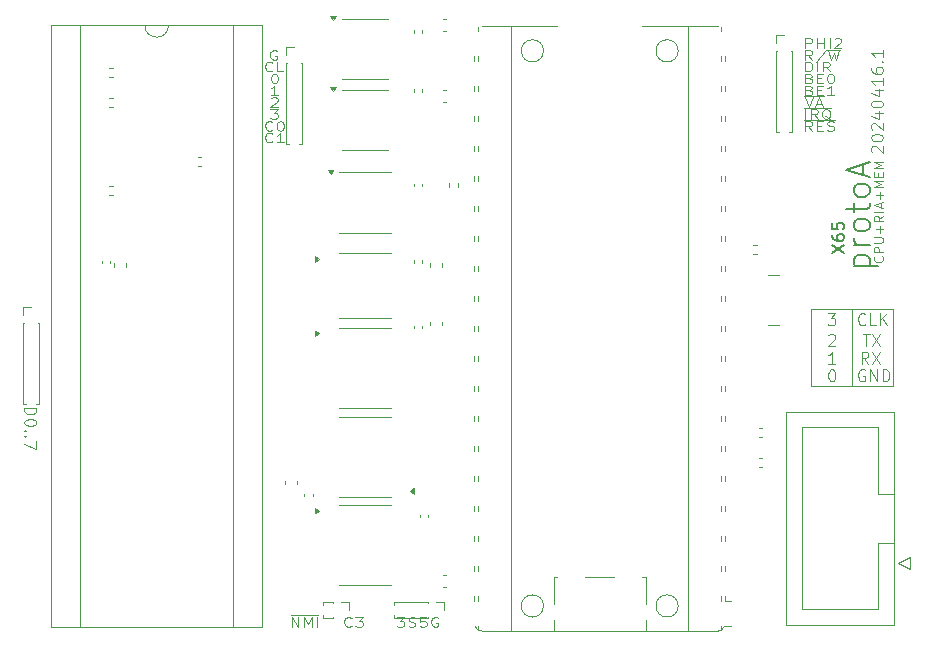
<source format=gbr>
%TF.GenerationSoftware,KiCad,Pcbnew,8.0.1*%
%TF.CreationDate,2024-04-17T16:23:31+02:00*%
%TF.ProjectId,protoA,70726f74-6f41-42e6-9b69-6361645f7063,rev?*%
%TF.SameCoordinates,PX7e13640PY4c4b400*%
%TF.FileFunction,Legend,Top*%
%TF.FilePolarity,Positive*%
%FSLAX46Y46*%
G04 Gerber Fmt 4.6, Leading zero omitted, Abs format (unit mm)*
G04 Created by KiCad (PCBNEW 8.0.1) date 2024-04-17 16:23:31*
%MOMM*%
%LPD*%
G01*
G04 APERTURE LIST*
%ADD10C,0.100000*%
%ADD11C,0.200000*%
%ADD12C,0.120000*%
G04 APERTURE END LIST*
D10*
X71550000Y27500000D02*
X71550000Y21000000D01*
X67500000Y45500000D02*
X69200000Y45500000D01*
X69400000Y49400000D02*
X70500000Y49400000D01*
X24050000Y1600000D02*
X26300000Y1600000D01*
X67500000Y44500000D02*
X69800000Y44500000D01*
X67500000Y43500000D02*
X70100000Y43500000D01*
X68050000Y27500000D02*
X75050000Y27500000D01*
X75050000Y21000000D01*
X68050000Y21000000D01*
X68050000Y27500000D01*
X29175312Y679296D02*
X29127693Y641200D01*
X29127693Y641200D02*
X28984836Y603105D01*
X28984836Y603105D02*
X28889598Y603105D01*
X28889598Y603105D02*
X28746741Y641200D01*
X28746741Y641200D02*
X28651503Y717391D01*
X28651503Y717391D02*
X28603884Y793581D01*
X28603884Y793581D02*
X28556265Y945962D01*
X28556265Y945962D02*
X28556265Y1060248D01*
X28556265Y1060248D02*
X28603884Y1212629D01*
X28603884Y1212629D02*
X28651503Y1288820D01*
X28651503Y1288820D02*
X28746741Y1365010D01*
X28746741Y1365010D02*
X28889598Y1403105D01*
X28889598Y1403105D02*
X28984836Y1403105D01*
X28984836Y1403105D02*
X29127693Y1365010D01*
X29127693Y1365010D02*
X29175312Y1326915D01*
X29508646Y1403105D02*
X30127693Y1403105D01*
X30127693Y1403105D02*
X29794360Y1098343D01*
X29794360Y1098343D02*
X29937217Y1098343D01*
X29937217Y1098343D02*
X30032455Y1060248D01*
X30032455Y1060248D02*
X30080074Y1022153D01*
X30080074Y1022153D02*
X30127693Y945962D01*
X30127693Y945962D02*
X30127693Y755486D01*
X30127693Y755486D02*
X30080074Y679296D01*
X30080074Y679296D02*
X30032455Y641200D01*
X30032455Y641200D02*
X29937217Y603105D01*
X29937217Y603105D02*
X29651503Y603105D01*
X29651503Y603105D02*
X29556265Y641200D01*
X29556265Y641200D02*
X29508646Y679296D01*
X22927693Y45603105D02*
X22356265Y45603105D01*
X22641979Y45603105D02*
X22641979Y46403105D01*
X22641979Y46403105D02*
X22546741Y46288820D01*
X22546741Y46288820D02*
X22451503Y46212629D01*
X22451503Y46212629D02*
X22356265Y46174534D01*
X72461027Y25377581D02*
X73032455Y25377581D01*
X72746741Y24377581D02*
X72746741Y25377581D01*
X73270551Y25377581D02*
X73937217Y24377581D01*
X73937217Y25377581D02*
X73270551Y24377581D01*
X72627693Y22329962D02*
X72532455Y22377581D01*
X72532455Y22377581D02*
X72389598Y22377581D01*
X72389598Y22377581D02*
X72246741Y22329962D01*
X72246741Y22329962D02*
X72151503Y22234724D01*
X72151503Y22234724D02*
X72103884Y22139486D01*
X72103884Y22139486D02*
X72056265Y21949010D01*
X72056265Y21949010D02*
X72056265Y21806153D01*
X72056265Y21806153D02*
X72103884Y21615677D01*
X72103884Y21615677D02*
X72151503Y21520439D01*
X72151503Y21520439D02*
X72246741Y21425200D01*
X72246741Y21425200D02*
X72389598Y21377581D01*
X72389598Y21377581D02*
X72484836Y21377581D01*
X72484836Y21377581D02*
X72627693Y21425200D01*
X72627693Y21425200D02*
X72675312Y21472820D01*
X72675312Y21472820D02*
X72675312Y21806153D01*
X72675312Y21806153D02*
X72484836Y21806153D01*
X73103884Y21377581D02*
X73103884Y22377581D01*
X73103884Y22377581D02*
X73675312Y21377581D01*
X73675312Y21377581D02*
X73675312Y22377581D01*
X74151503Y21377581D02*
X74151503Y22377581D01*
X74151503Y22377581D02*
X74389598Y22377581D01*
X74389598Y22377581D02*
X74532455Y22329962D01*
X74532455Y22329962D02*
X74627693Y22234724D01*
X74627693Y22234724D02*
X74675312Y22139486D01*
X74675312Y22139486D02*
X74722931Y21949010D01*
X74722931Y21949010D02*
X74722931Y21806153D01*
X74722931Y21806153D02*
X74675312Y21615677D01*
X74675312Y21615677D02*
X74627693Y21520439D01*
X74627693Y21520439D02*
X74532455Y21425200D01*
X74532455Y21425200D02*
X74389598Y21377581D01*
X74389598Y21377581D02*
X74151503Y21377581D01*
X22475312Y41679296D02*
X22427693Y41641200D01*
X22427693Y41641200D02*
X22284836Y41603105D01*
X22284836Y41603105D02*
X22189598Y41603105D01*
X22189598Y41603105D02*
X22046741Y41641200D01*
X22046741Y41641200D02*
X21951503Y41717391D01*
X21951503Y41717391D02*
X21903884Y41793581D01*
X21903884Y41793581D02*
X21856265Y41945962D01*
X21856265Y41945962D02*
X21856265Y42060248D01*
X21856265Y42060248D02*
X21903884Y42212629D01*
X21903884Y42212629D02*
X21951503Y42288820D01*
X21951503Y42288820D02*
X22046741Y42365010D01*
X22046741Y42365010D02*
X22189598Y42403105D01*
X22189598Y42403105D02*
X22284836Y42403105D01*
X22284836Y42403105D02*
X22427693Y42365010D01*
X22427693Y42365010D02*
X22475312Y42326915D01*
X23427693Y41603105D02*
X22856265Y41603105D01*
X23141979Y41603105D02*
X23141979Y42403105D01*
X23141979Y42403105D02*
X23046741Y42288820D01*
X23046741Y42288820D02*
X22951503Y42212629D01*
X22951503Y42212629D02*
X22856265Y42174534D01*
X33008646Y1403105D02*
X33627693Y1403105D01*
X33627693Y1403105D02*
X33294360Y1098343D01*
X33294360Y1098343D02*
X33437217Y1098343D01*
X33437217Y1098343D02*
X33532455Y1060248D01*
X33532455Y1060248D02*
X33580074Y1022153D01*
X33580074Y1022153D02*
X33627693Y945962D01*
X33627693Y945962D02*
X33627693Y755486D01*
X33627693Y755486D02*
X33580074Y679296D01*
X33580074Y679296D02*
X33532455Y641200D01*
X33532455Y641200D02*
X33437217Y603105D01*
X33437217Y603105D02*
X33151503Y603105D01*
X33151503Y603105D02*
X33056265Y641200D01*
X33056265Y641200D02*
X33008646Y679296D01*
X34008646Y641200D02*
X34151503Y603105D01*
X34151503Y603105D02*
X34389598Y603105D01*
X34389598Y603105D02*
X34484836Y641200D01*
X34484836Y641200D02*
X34532455Y679296D01*
X34532455Y679296D02*
X34580074Y755486D01*
X34580074Y755486D02*
X34580074Y831677D01*
X34580074Y831677D02*
X34532455Y907867D01*
X34532455Y907867D02*
X34484836Y945962D01*
X34484836Y945962D02*
X34389598Y984058D01*
X34389598Y984058D02*
X34199122Y1022153D01*
X34199122Y1022153D02*
X34103884Y1060248D01*
X34103884Y1060248D02*
X34056265Y1098343D01*
X34056265Y1098343D02*
X34008646Y1174534D01*
X34008646Y1174534D02*
X34008646Y1250724D01*
X34008646Y1250724D02*
X34056265Y1326915D01*
X34056265Y1326915D02*
X34103884Y1365010D01*
X34103884Y1365010D02*
X34199122Y1403105D01*
X34199122Y1403105D02*
X34437217Y1403105D01*
X34437217Y1403105D02*
X34580074Y1365010D01*
X35484836Y1403105D02*
X35008646Y1403105D01*
X35008646Y1403105D02*
X34961027Y1022153D01*
X34961027Y1022153D02*
X35008646Y1060248D01*
X35008646Y1060248D02*
X35103884Y1098343D01*
X35103884Y1098343D02*
X35341979Y1098343D01*
X35341979Y1098343D02*
X35437217Y1060248D01*
X35437217Y1060248D02*
X35484836Y1022153D01*
X35484836Y1022153D02*
X35532455Y945962D01*
X35532455Y945962D02*
X35532455Y755486D01*
X35532455Y755486D02*
X35484836Y679296D01*
X35484836Y679296D02*
X35437217Y641200D01*
X35437217Y641200D02*
X35341979Y603105D01*
X35341979Y603105D02*
X35103884Y603105D01*
X35103884Y603105D02*
X35008646Y641200D01*
X35008646Y641200D02*
X34961027Y679296D01*
X36484836Y1365010D02*
X36389598Y1403105D01*
X36389598Y1403105D02*
X36246741Y1403105D01*
X36246741Y1403105D02*
X36103884Y1365010D01*
X36103884Y1365010D02*
X36008646Y1288820D01*
X36008646Y1288820D02*
X35961027Y1212629D01*
X35961027Y1212629D02*
X35913408Y1060248D01*
X35913408Y1060248D02*
X35913408Y945962D01*
X35913408Y945962D02*
X35961027Y793581D01*
X35961027Y793581D02*
X36008646Y717391D01*
X36008646Y717391D02*
X36103884Y641200D01*
X36103884Y641200D02*
X36246741Y603105D01*
X36246741Y603105D02*
X36341979Y603105D01*
X36341979Y603105D02*
X36484836Y641200D01*
X36484836Y641200D02*
X36532455Y679296D01*
X36532455Y679296D02*
X36532455Y945962D01*
X36532455Y945962D02*
X36341979Y945962D01*
X24103884Y603105D02*
X24103884Y1403105D01*
X24103884Y1403105D02*
X24675312Y603105D01*
X24675312Y603105D02*
X24675312Y1403105D01*
X25151503Y603105D02*
X25151503Y1403105D01*
X25151503Y1403105D02*
X25484836Y831677D01*
X25484836Y831677D02*
X25818169Y1403105D01*
X25818169Y1403105D02*
X25818169Y603105D01*
X26294360Y603105D02*
X26294360Y1403105D01*
X69556265Y25282343D02*
X69603884Y25329962D01*
X69603884Y25329962D02*
X69699122Y25377581D01*
X69699122Y25377581D02*
X69937217Y25377581D01*
X69937217Y25377581D02*
X70032455Y25329962D01*
X70032455Y25329962D02*
X70080074Y25282343D01*
X70080074Y25282343D02*
X70127693Y25187105D01*
X70127693Y25187105D02*
X70127693Y25091867D01*
X70127693Y25091867D02*
X70080074Y24949010D01*
X70080074Y24949010D02*
X69508646Y24377581D01*
X69508646Y24377581D02*
X70127693Y24377581D01*
X73267657Y40756266D02*
X73220038Y40803885D01*
X73220038Y40803885D02*
X73172419Y40899123D01*
X73172419Y40899123D02*
X73172419Y41137218D01*
X73172419Y41137218D02*
X73220038Y41232456D01*
X73220038Y41232456D02*
X73267657Y41280075D01*
X73267657Y41280075D02*
X73362895Y41327694D01*
X73362895Y41327694D02*
X73458133Y41327694D01*
X73458133Y41327694D02*
X73600990Y41280075D01*
X73600990Y41280075D02*
X74172419Y40708647D01*
X74172419Y40708647D02*
X74172419Y41327694D01*
X73172419Y41946742D02*
X73172419Y42041980D01*
X73172419Y42041980D02*
X73220038Y42137218D01*
X73220038Y42137218D02*
X73267657Y42184837D01*
X73267657Y42184837D02*
X73362895Y42232456D01*
X73362895Y42232456D02*
X73553371Y42280075D01*
X73553371Y42280075D02*
X73791466Y42280075D01*
X73791466Y42280075D02*
X73981942Y42232456D01*
X73981942Y42232456D02*
X74077180Y42184837D01*
X74077180Y42184837D02*
X74124800Y42137218D01*
X74124800Y42137218D02*
X74172419Y42041980D01*
X74172419Y42041980D02*
X74172419Y41946742D01*
X74172419Y41946742D02*
X74124800Y41851504D01*
X74124800Y41851504D02*
X74077180Y41803885D01*
X74077180Y41803885D02*
X73981942Y41756266D01*
X73981942Y41756266D02*
X73791466Y41708647D01*
X73791466Y41708647D02*
X73553371Y41708647D01*
X73553371Y41708647D02*
X73362895Y41756266D01*
X73362895Y41756266D02*
X73267657Y41803885D01*
X73267657Y41803885D02*
X73220038Y41851504D01*
X73220038Y41851504D02*
X73172419Y41946742D01*
X73267657Y42661028D02*
X73220038Y42708647D01*
X73220038Y42708647D02*
X73172419Y42803885D01*
X73172419Y42803885D02*
X73172419Y43041980D01*
X73172419Y43041980D02*
X73220038Y43137218D01*
X73220038Y43137218D02*
X73267657Y43184837D01*
X73267657Y43184837D02*
X73362895Y43232456D01*
X73362895Y43232456D02*
X73458133Y43232456D01*
X73458133Y43232456D02*
X73600990Y43184837D01*
X73600990Y43184837D02*
X74172419Y42613409D01*
X74172419Y42613409D02*
X74172419Y43232456D01*
X73505752Y44089599D02*
X74172419Y44089599D01*
X73124800Y43851504D02*
X73839085Y43613409D01*
X73839085Y43613409D02*
X73839085Y44232456D01*
X73172419Y44803885D02*
X73172419Y44899123D01*
X73172419Y44899123D02*
X73220038Y44994361D01*
X73220038Y44994361D02*
X73267657Y45041980D01*
X73267657Y45041980D02*
X73362895Y45089599D01*
X73362895Y45089599D02*
X73553371Y45137218D01*
X73553371Y45137218D02*
X73791466Y45137218D01*
X73791466Y45137218D02*
X73981942Y45089599D01*
X73981942Y45089599D02*
X74077180Y45041980D01*
X74077180Y45041980D02*
X74124800Y44994361D01*
X74124800Y44994361D02*
X74172419Y44899123D01*
X74172419Y44899123D02*
X74172419Y44803885D01*
X74172419Y44803885D02*
X74124800Y44708647D01*
X74124800Y44708647D02*
X74077180Y44661028D01*
X74077180Y44661028D02*
X73981942Y44613409D01*
X73981942Y44613409D02*
X73791466Y44565790D01*
X73791466Y44565790D02*
X73553371Y44565790D01*
X73553371Y44565790D02*
X73362895Y44613409D01*
X73362895Y44613409D02*
X73267657Y44661028D01*
X73267657Y44661028D02*
X73220038Y44708647D01*
X73220038Y44708647D02*
X73172419Y44803885D01*
X73505752Y45994361D02*
X74172419Y45994361D01*
X73124800Y45756266D02*
X73839085Y45518171D01*
X73839085Y45518171D02*
X73839085Y46137218D01*
X74172419Y47041980D02*
X74172419Y46470552D01*
X74172419Y46756266D02*
X73172419Y46756266D01*
X73172419Y46756266D02*
X73315276Y46661028D01*
X73315276Y46661028D02*
X73410514Y46565790D01*
X73410514Y46565790D02*
X73458133Y46470552D01*
X73172419Y47899123D02*
X73172419Y47708647D01*
X73172419Y47708647D02*
X73220038Y47613409D01*
X73220038Y47613409D02*
X73267657Y47565790D01*
X73267657Y47565790D02*
X73410514Y47470552D01*
X73410514Y47470552D02*
X73600990Y47422933D01*
X73600990Y47422933D02*
X73981942Y47422933D01*
X73981942Y47422933D02*
X74077180Y47470552D01*
X74077180Y47470552D02*
X74124800Y47518171D01*
X74124800Y47518171D02*
X74172419Y47613409D01*
X74172419Y47613409D02*
X74172419Y47803885D01*
X74172419Y47803885D02*
X74124800Y47899123D01*
X74124800Y47899123D02*
X74077180Y47946742D01*
X74077180Y47946742D02*
X73981942Y47994361D01*
X73981942Y47994361D02*
X73743847Y47994361D01*
X73743847Y47994361D02*
X73648609Y47946742D01*
X73648609Y47946742D02*
X73600990Y47899123D01*
X73600990Y47899123D02*
X73553371Y47803885D01*
X73553371Y47803885D02*
X73553371Y47613409D01*
X73553371Y47613409D02*
X73600990Y47518171D01*
X73600990Y47518171D02*
X73648609Y47470552D01*
X73648609Y47470552D02*
X73743847Y47422933D01*
X74077180Y48422933D02*
X74124800Y48470552D01*
X74124800Y48470552D02*
X74172419Y48422933D01*
X74172419Y48422933D02*
X74124800Y48375314D01*
X74124800Y48375314D02*
X74077180Y48422933D01*
X74077180Y48422933D02*
X74172419Y48422933D01*
X74172419Y49422932D02*
X74172419Y48851504D01*
X74172419Y49137218D02*
X73172419Y49137218D01*
X73172419Y49137218D02*
X73315276Y49041980D01*
X73315276Y49041980D02*
X73410514Y48946742D01*
X73410514Y48946742D02*
X73458133Y48851504D01*
X74120704Y31963409D02*
X74158800Y31925313D01*
X74158800Y31925313D02*
X74196895Y31811028D01*
X74196895Y31811028D02*
X74196895Y31734837D01*
X74196895Y31734837D02*
X74158800Y31620551D01*
X74158800Y31620551D02*
X74082609Y31544361D01*
X74082609Y31544361D02*
X74006419Y31506266D01*
X74006419Y31506266D02*
X73854038Y31468170D01*
X73854038Y31468170D02*
X73739752Y31468170D01*
X73739752Y31468170D02*
X73587371Y31506266D01*
X73587371Y31506266D02*
X73511180Y31544361D01*
X73511180Y31544361D02*
X73434990Y31620551D01*
X73434990Y31620551D02*
X73396895Y31734837D01*
X73396895Y31734837D02*
X73396895Y31811028D01*
X73396895Y31811028D02*
X73434990Y31925313D01*
X73434990Y31925313D02*
X73473085Y31963409D01*
X74196895Y32306266D02*
X73396895Y32306266D01*
X73396895Y32306266D02*
X73396895Y32611028D01*
X73396895Y32611028D02*
X73434990Y32687218D01*
X73434990Y32687218D02*
X73473085Y32725313D01*
X73473085Y32725313D02*
X73549276Y32763409D01*
X73549276Y32763409D02*
X73663561Y32763409D01*
X73663561Y32763409D02*
X73739752Y32725313D01*
X73739752Y32725313D02*
X73777847Y32687218D01*
X73777847Y32687218D02*
X73815942Y32611028D01*
X73815942Y32611028D02*
X73815942Y32306266D01*
X73396895Y33106266D02*
X74044514Y33106266D01*
X74044514Y33106266D02*
X74120704Y33144361D01*
X74120704Y33144361D02*
X74158800Y33182456D01*
X74158800Y33182456D02*
X74196895Y33258647D01*
X74196895Y33258647D02*
X74196895Y33411028D01*
X74196895Y33411028D02*
X74158800Y33487218D01*
X74158800Y33487218D02*
X74120704Y33525313D01*
X74120704Y33525313D02*
X74044514Y33563409D01*
X74044514Y33563409D02*
X73396895Y33563409D01*
X73892133Y33944361D02*
X73892133Y34553884D01*
X74196895Y34249123D02*
X73587371Y34249123D01*
X74196895Y35391980D02*
X73815942Y35125313D01*
X74196895Y34934837D02*
X73396895Y34934837D01*
X73396895Y34934837D02*
X73396895Y35239599D01*
X73396895Y35239599D02*
X73434990Y35315789D01*
X73434990Y35315789D02*
X73473085Y35353884D01*
X73473085Y35353884D02*
X73549276Y35391980D01*
X73549276Y35391980D02*
X73663561Y35391980D01*
X73663561Y35391980D02*
X73739752Y35353884D01*
X73739752Y35353884D02*
X73777847Y35315789D01*
X73777847Y35315789D02*
X73815942Y35239599D01*
X73815942Y35239599D02*
X73815942Y34934837D01*
X74196895Y35734837D02*
X73396895Y35734837D01*
X73968323Y36077693D02*
X73968323Y36458646D01*
X74196895Y36001503D02*
X73396895Y36268170D01*
X73396895Y36268170D02*
X74196895Y36534836D01*
X73892133Y36801503D02*
X73892133Y37411026D01*
X74196895Y37106265D02*
X73587371Y37106265D01*
X74196895Y37791979D02*
X73396895Y37791979D01*
X73396895Y37791979D02*
X73968323Y38058645D01*
X73968323Y38058645D02*
X73396895Y38325312D01*
X73396895Y38325312D02*
X74196895Y38325312D01*
X73777847Y38706265D02*
X73777847Y38972931D01*
X74196895Y39087217D02*
X74196895Y38706265D01*
X74196895Y38706265D02*
X73396895Y38706265D01*
X73396895Y38706265D02*
X73396895Y39087217D01*
X74196895Y39430075D02*
X73396895Y39430075D01*
X73396895Y39430075D02*
X73968323Y39696741D01*
X73968323Y39696741D02*
X73396895Y39963408D01*
X73396895Y39963408D02*
X74196895Y39963408D01*
X22356265Y45326915D02*
X22403884Y45365010D01*
X22403884Y45365010D02*
X22499122Y45403105D01*
X22499122Y45403105D02*
X22737217Y45403105D01*
X22737217Y45403105D02*
X22832455Y45365010D01*
X22832455Y45365010D02*
X22880074Y45326915D01*
X22880074Y45326915D02*
X22927693Y45250724D01*
X22927693Y45250724D02*
X22927693Y45174534D01*
X22927693Y45174534D02*
X22880074Y45060248D01*
X22880074Y45060248D02*
X22308646Y44603105D01*
X22308646Y44603105D02*
X22927693Y44603105D01*
X67603884Y49603105D02*
X67603884Y50403105D01*
X67603884Y50403105D02*
X67984836Y50403105D01*
X67984836Y50403105D02*
X68080074Y50365010D01*
X68080074Y50365010D02*
X68127693Y50326915D01*
X68127693Y50326915D02*
X68175312Y50250724D01*
X68175312Y50250724D02*
X68175312Y50136439D01*
X68175312Y50136439D02*
X68127693Y50060248D01*
X68127693Y50060248D02*
X68080074Y50022153D01*
X68080074Y50022153D02*
X67984836Y49984058D01*
X67984836Y49984058D02*
X67603884Y49984058D01*
X68603884Y49603105D02*
X68603884Y50403105D01*
X68603884Y50022153D02*
X69175312Y50022153D01*
X69175312Y49603105D02*
X69175312Y50403105D01*
X69651503Y49603105D02*
X69651503Y50403105D01*
X70080074Y50326915D02*
X70127693Y50365010D01*
X70127693Y50365010D02*
X70222931Y50403105D01*
X70222931Y50403105D02*
X70461026Y50403105D01*
X70461026Y50403105D02*
X70556264Y50365010D01*
X70556264Y50365010D02*
X70603883Y50326915D01*
X70603883Y50326915D02*
X70651502Y50250724D01*
X70651502Y50250724D02*
X70651502Y50174534D01*
X70651502Y50174534D02*
X70603883Y50060248D01*
X70603883Y50060248D02*
X70032455Y49603105D01*
X70032455Y49603105D02*
X70651502Y49603105D01*
X72675312Y26222820D02*
X72627693Y26175200D01*
X72627693Y26175200D02*
X72484836Y26127581D01*
X72484836Y26127581D02*
X72389598Y26127581D01*
X72389598Y26127581D02*
X72246741Y26175200D01*
X72246741Y26175200D02*
X72151503Y26270439D01*
X72151503Y26270439D02*
X72103884Y26365677D01*
X72103884Y26365677D02*
X72056265Y26556153D01*
X72056265Y26556153D02*
X72056265Y26699010D01*
X72056265Y26699010D02*
X72103884Y26889486D01*
X72103884Y26889486D02*
X72151503Y26984724D01*
X72151503Y26984724D02*
X72246741Y27079962D01*
X72246741Y27079962D02*
X72389598Y27127581D01*
X72389598Y27127581D02*
X72484836Y27127581D01*
X72484836Y27127581D02*
X72627693Y27079962D01*
X72627693Y27079962D02*
X72675312Y27032343D01*
X73580074Y26127581D02*
X73103884Y26127581D01*
X73103884Y26127581D02*
X73103884Y27127581D01*
X73913408Y26127581D02*
X73913408Y27127581D01*
X74484836Y26127581D02*
X74056265Y26699010D01*
X74484836Y27127581D02*
X73913408Y26556153D01*
X68175312Y48603105D02*
X67841979Y48984058D01*
X67603884Y48603105D02*
X67603884Y49403105D01*
X67603884Y49403105D02*
X67984836Y49403105D01*
X67984836Y49403105D02*
X68080074Y49365010D01*
X68080074Y49365010D02*
X68127693Y49326915D01*
X68127693Y49326915D02*
X68175312Y49250724D01*
X68175312Y49250724D02*
X68175312Y49136439D01*
X68175312Y49136439D02*
X68127693Y49060248D01*
X68127693Y49060248D02*
X68080074Y49022153D01*
X68080074Y49022153D02*
X67984836Y48984058D01*
X67984836Y48984058D02*
X67603884Y48984058D01*
X69318169Y49441200D02*
X68461027Y48412629D01*
X69556265Y49403105D02*
X69794360Y48603105D01*
X69794360Y48603105D02*
X69984836Y49174534D01*
X69984836Y49174534D02*
X70175312Y48603105D01*
X70175312Y48603105D02*
X70413408Y49403105D01*
X72925312Y22877581D02*
X72591979Y23353772D01*
X72353884Y22877581D02*
X72353884Y23877581D01*
X72353884Y23877581D02*
X72734836Y23877581D01*
X72734836Y23877581D02*
X72830074Y23829962D01*
X72830074Y23829962D02*
X72877693Y23782343D01*
X72877693Y23782343D02*
X72925312Y23687105D01*
X72925312Y23687105D02*
X72925312Y23544248D01*
X72925312Y23544248D02*
X72877693Y23449010D01*
X72877693Y23449010D02*
X72830074Y23401391D01*
X72830074Y23401391D02*
X72734836Y23353772D01*
X72734836Y23353772D02*
X72353884Y23353772D01*
X73258646Y23877581D02*
X73925312Y22877581D01*
X73925312Y23877581D02*
X73258646Y22877581D01*
X67937217Y47022153D02*
X68080074Y46984058D01*
X68080074Y46984058D02*
X68127693Y46945962D01*
X68127693Y46945962D02*
X68175312Y46869772D01*
X68175312Y46869772D02*
X68175312Y46755486D01*
X68175312Y46755486D02*
X68127693Y46679296D01*
X68127693Y46679296D02*
X68080074Y46641200D01*
X68080074Y46641200D02*
X67984836Y46603105D01*
X67984836Y46603105D02*
X67603884Y46603105D01*
X67603884Y46603105D02*
X67603884Y47403105D01*
X67603884Y47403105D02*
X67937217Y47403105D01*
X67937217Y47403105D02*
X68032455Y47365010D01*
X68032455Y47365010D02*
X68080074Y47326915D01*
X68080074Y47326915D02*
X68127693Y47250724D01*
X68127693Y47250724D02*
X68127693Y47174534D01*
X68127693Y47174534D02*
X68080074Y47098343D01*
X68080074Y47098343D02*
X68032455Y47060248D01*
X68032455Y47060248D02*
X67937217Y47022153D01*
X67937217Y47022153D02*
X67603884Y47022153D01*
X68603884Y47022153D02*
X68937217Y47022153D01*
X69080074Y46603105D02*
X68603884Y46603105D01*
X68603884Y46603105D02*
X68603884Y47403105D01*
X68603884Y47403105D02*
X69080074Y47403105D01*
X69699122Y47403105D02*
X69794360Y47403105D01*
X69794360Y47403105D02*
X69889598Y47365010D01*
X69889598Y47365010D02*
X69937217Y47326915D01*
X69937217Y47326915D02*
X69984836Y47250724D01*
X69984836Y47250724D02*
X70032455Y47098343D01*
X70032455Y47098343D02*
X70032455Y46907867D01*
X70032455Y46907867D02*
X69984836Y46755486D01*
X69984836Y46755486D02*
X69937217Y46679296D01*
X69937217Y46679296D02*
X69889598Y46641200D01*
X69889598Y46641200D02*
X69794360Y46603105D01*
X69794360Y46603105D02*
X69699122Y46603105D01*
X69699122Y46603105D02*
X69603884Y46641200D01*
X69603884Y46641200D02*
X69556265Y46679296D01*
X69556265Y46679296D02*
X69508646Y46755486D01*
X69508646Y46755486D02*
X69461027Y46907867D01*
X69461027Y46907867D02*
X69461027Y47098343D01*
X69461027Y47098343D02*
X69508646Y47250724D01*
X69508646Y47250724D02*
X69556265Y47326915D01*
X69556265Y47326915D02*
X69603884Y47365010D01*
X69603884Y47365010D02*
X69699122Y47403105D01*
X69508646Y27127581D02*
X70127693Y27127581D01*
X70127693Y27127581D02*
X69794360Y26746629D01*
X69794360Y26746629D02*
X69937217Y26746629D01*
X69937217Y26746629D02*
X70032455Y26699010D01*
X70032455Y26699010D02*
X70080074Y26651391D01*
X70080074Y26651391D02*
X70127693Y26556153D01*
X70127693Y26556153D02*
X70127693Y26318058D01*
X70127693Y26318058D02*
X70080074Y26222820D01*
X70080074Y26222820D02*
X70032455Y26175200D01*
X70032455Y26175200D02*
X69937217Y26127581D01*
X69937217Y26127581D02*
X69651503Y26127581D01*
X69651503Y26127581D02*
X69556265Y26175200D01*
X69556265Y26175200D02*
X69508646Y26222820D01*
X67937217Y46022153D02*
X68080074Y45984058D01*
X68080074Y45984058D02*
X68127693Y45945962D01*
X68127693Y45945962D02*
X68175312Y45869772D01*
X68175312Y45869772D02*
X68175312Y45755486D01*
X68175312Y45755486D02*
X68127693Y45679296D01*
X68127693Y45679296D02*
X68080074Y45641200D01*
X68080074Y45641200D02*
X67984836Y45603105D01*
X67984836Y45603105D02*
X67603884Y45603105D01*
X67603884Y45603105D02*
X67603884Y46403105D01*
X67603884Y46403105D02*
X67937217Y46403105D01*
X67937217Y46403105D02*
X68032455Y46365010D01*
X68032455Y46365010D02*
X68080074Y46326915D01*
X68080074Y46326915D02*
X68127693Y46250724D01*
X68127693Y46250724D02*
X68127693Y46174534D01*
X68127693Y46174534D02*
X68080074Y46098343D01*
X68080074Y46098343D02*
X68032455Y46060248D01*
X68032455Y46060248D02*
X67937217Y46022153D01*
X67937217Y46022153D02*
X67603884Y46022153D01*
X68603884Y46022153D02*
X68937217Y46022153D01*
X69080074Y45603105D02*
X68603884Y45603105D01*
X68603884Y45603105D02*
X68603884Y46403105D01*
X68603884Y46403105D02*
X69080074Y46403105D01*
X70032455Y45603105D02*
X69461027Y45603105D01*
X69746741Y45603105D02*
X69746741Y46403105D01*
X69746741Y46403105D02*
X69651503Y46288820D01*
X69651503Y46288820D02*
X69556265Y46212629D01*
X69556265Y46212629D02*
X69461027Y46174534D01*
X68175312Y42603105D02*
X67841979Y42984058D01*
X67603884Y42603105D02*
X67603884Y43403105D01*
X67603884Y43403105D02*
X67984836Y43403105D01*
X67984836Y43403105D02*
X68080074Y43365010D01*
X68080074Y43365010D02*
X68127693Y43326915D01*
X68127693Y43326915D02*
X68175312Y43250724D01*
X68175312Y43250724D02*
X68175312Y43136439D01*
X68175312Y43136439D02*
X68127693Y43060248D01*
X68127693Y43060248D02*
X68080074Y43022153D01*
X68080074Y43022153D02*
X67984836Y42984058D01*
X67984836Y42984058D02*
X67603884Y42984058D01*
X68603884Y43022153D02*
X68937217Y43022153D01*
X69080074Y42603105D02*
X68603884Y42603105D01*
X68603884Y42603105D02*
X68603884Y43403105D01*
X68603884Y43403105D02*
X69080074Y43403105D01*
X69461027Y42641200D02*
X69603884Y42603105D01*
X69603884Y42603105D02*
X69841979Y42603105D01*
X69841979Y42603105D02*
X69937217Y42641200D01*
X69937217Y42641200D02*
X69984836Y42679296D01*
X69984836Y42679296D02*
X70032455Y42755486D01*
X70032455Y42755486D02*
X70032455Y42831677D01*
X70032455Y42831677D02*
X69984836Y42907867D01*
X69984836Y42907867D02*
X69937217Y42945962D01*
X69937217Y42945962D02*
X69841979Y42984058D01*
X69841979Y42984058D02*
X69651503Y43022153D01*
X69651503Y43022153D02*
X69556265Y43060248D01*
X69556265Y43060248D02*
X69508646Y43098343D01*
X69508646Y43098343D02*
X69461027Y43174534D01*
X69461027Y43174534D02*
X69461027Y43250724D01*
X69461027Y43250724D02*
X69508646Y43326915D01*
X69508646Y43326915D02*
X69556265Y43365010D01*
X69556265Y43365010D02*
X69651503Y43403105D01*
X69651503Y43403105D02*
X69889598Y43403105D01*
X69889598Y43403105D02*
X70032455Y43365010D01*
X67561027Y45403105D02*
X67894360Y44603105D01*
X67894360Y44603105D02*
X68227693Y45403105D01*
X68513408Y44831677D02*
X68989598Y44831677D01*
X68418170Y44603105D02*
X68751503Y45403105D01*
X68751503Y45403105D02*
X69084836Y44603105D01*
X69794360Y22377581D02*
X69889598Y22377581D01*
X69889598Y22377581D02*
X69984836Y22329962D01*
X69984836Y22329962D02*
X70032455Y22282343D01*
X70032455Y22282343D02*
X70080074Y22187105D01*
X70080074Y22187105D02*
X70127693Y21996629D01*
X70127693Y21996629D02*
X70127693Y21758534D01*
X70127693Y21758534D02*
X70080074Y21568058D01*
X70080074Y21568058D02*
X70032455Y21472820D01*
X70032455Y21472820D02*
X69984836Y21425200D01*
X69984836Y21425200D02*
X69889598Y21377581D01*
X69889598Y21377581D02*
X69794360Y21377581D01*
X69794360Y21377581D02*
X69699122Y21425200D01*
X69699122Y21425200D02*
X69651503Y21472820D01*
X69651503Y21472820D02*
X69603884Y21568058D01*
X69603884Y21568058D02*
X69556265Y21758534D01*
X69556265Y21758534D02*
X69556265Y21996629D01*
X69556265Y21996629D02*
X69603884Y22187105D01*
X69603884Y22187105D02*
X69651503Y22282343D01*
X69651503Y22282343D02*
X69699122Y22329962D01*
X69699122Y22329962D02*
X69794360Y22377581D01*
D11*
X69867219Y32274436D02*
X70867219Y32941102D01*
X69867219Y32941102D02*
X70867219Y32274436D01*
X69867219Y33750626D02*
X69867219Y33560150D01*
X69867219Y33560150D02*
X69914838Y33464912D01*
X69914838Y33464912D02*
X69962457Y33417293D01*
X69962457Y33417293D02*
X70105314Y33322055D01*
X70105314Y33322055D02*
X70295790Y33274436D01*
X70295790Y33274436D02*
X70676742Y33274436D01*
X70676742Y33274436D02*
X70771980Y33322055D01*
X70771980Y33322055D02*
X70819600Y33369674D01*
X70819600Y33369674D02*
X70867219Y33464912D01*
X70867219Y33464912D02*
X70867219Y33655388D01*
X70867219Y33655388D02*
X70819600Y33750626D01*
X70819600Y33750626D02*
X70771980Y33798245D01*
X70771980Y33798245D02*
X70676742Y33845864D01*
X70676742Y33845864D02*
X70438647Y33845864D01*
X70438647Y33845864D02*
X70343409Y33798245D01*
X70343409Y33798245D02*
X70295790Y33750626D01*
X70295790Y33750626D02*
X70248171Y33655388D01*
X70248171Y33655388D02*
X70248171Y33464912D01*
X70248171Y33464912D02*
X70295790Y33369674D01*
X70295790Y33369674D02*
X70343409Y33322055D01*
X70343409Y33322055D02*
X70438647Y33274436D01*
X69867219Y34750626D02*
X69867219Y34274436D01*
X69867219Y34274436D02*
X70343409Y34226817D01*
X70343409Y34226817D02*
X70295790Y34274436D01*
X70295790Y34274436D02*
X70248171Y34369674D01*
X70248171Y34369674D02*
X70248171Y34607769D01*
X70248171Y34607769D02*
X70295790Y34703007D01*
X70295790Y34703007D02*
X70343409Y34750626D01*
X70343409Y34750626D02*
X70438647Y34798245D01*
X70438647Y34798245D02*
X70676742Y34798245D01*
X70676742Y34798245D02*
X70771980Y34750626D01*
X70771980Y34750626D02*
X70819600Y34703007D01*
X70819600Y34703007D02*
X70867219Y34607769D01*
X70867219Y34607769D02*
X70867219Y34369674D01*
X70867219Y34369674D02*
X70819600Y34274436D01*
X70819600Y34274436D02*
X70771980Y34226817D01*
D10*
X22475312Y42679296D02*
X22427693Y42641200D01*
X22427693Y42641200D02*
X22284836Y42603105D01*
X22284836Y42603105D02*
X22189598Y42603105D01*
X22189598Y42603105D02*
X22046741Y42641200D01*
X22046741Y42641200D02*
X21951503Y42717391D01*
X21951503Y42717391D02*
X21903884Y42793581D01*
X21903884Y42793581D02*
X21856265Y42945962D01*
X21856265Y42945962D02*
X21856265Y43060248D01*
X21856265Y43060248D02*
X21903884Y43212629D01*
X21903884Y43212629D02*
X21951503Y43288820D01*
X21951503Y43288820D02*
X22046741Y43365010D01*
X22046741Y43365010D02*
X22189598Y43403105D01*
X22189598Y43403105D02*
X22284836Y43403105D01*
X22284836Y43403105D02*
X22427693Y43365010D01*
X22427693Y43365010D02*
X22475312Y43326915D01*
X23094360Y43403105D02*
X23189598Y43403105D01*
X23189598Y43403105D02*
X23284836Y43365010D01*
X23284836Y43365010D02*
X23332455Y43326915D01*
X23332455Y43326915D02*
X23380074Y43250724D01*
X23380074Y43250724D02*
X23427693Y43098343D01*
X23427693Y43098343D02*
X23427693Y42907867D01*
X23427693Y42907867D02*
X23380074Y42755486D01*
X23380074Y42755486D02*
X23332455Y42679296D01*
X23332455Y42679296D02*
X23284836Y42641200D01*
X23284836Y42641200D02*
X23189598Y42603105D01*
X23189598Y42603105D02*
X23094360Y42603105D01*
X23094360Y42603105D02*
X22999122Y42641200D01*
X22999122Y42641200D02*
X22951503Y42679296D01*
X22951503Y42679296D02*
X22903884Y42755486D01*
X22903884Y42755486D02*
X22856265Y42907867D01*
X22856265Y42907867D02*
X22856265Y43098343D01*
X22856265Y43098343D02*
X22903884Y43250724D01*
X22903884Y43250724D02*
X22951503Y43326915D01*
X22951503Y43326915D02*
X22999122Y43365010D01*
X22999122Y43365010D02*
X23094360Y43403105D01*
X67603884Y43603105D02*
X67603884Y44403105D01*
X68651502Y43603105D02*
X68318169Y43984058D01*
X68080074Y43603105D02*
X68080074Y44403105D01*
X68080074Y44403105D02*
X68461026Y44403105D01*
X68461026Y44403105D02*
X68556264Y44365010D01*
X68556264Y44365010D02*
X68603883Y44326915D01*
X68603883Y44326915D02*
X68651502Y44250724D01*
X68651502Y44250724D02*
X68651502Y44136439D01*
X68651502Y44136439D02*
X68603883Y44060248D01*
X68603883Y44060248D02*
X68556264Y44022153D01*
X68556264Y44022153D02*
X68461026Y43984058D01*
X68461026Y43984058D02*
X68080074Y43984058D01*
X69746740Y43526915D02*
X69651502Y43565010D01*
X69651502Y43565010D02*
X69556264Y43641200D01*
X69556264Y43641200D02*
X69413407Y43755486D01*
X69413407Y43755486D02*
X69318169Y43793581D01*
X69318169Y43793581D02*
X69222931Y43793581D01*
X69270550Y43603105D02*
X69175312Y43641200D01*
X69175312Y43641200D02*
X69080074Y43717391D01*
X69080074Y43717391D02*
X69032455Y43869772D01*
X69032455Y43869772D02*
X69032455Y44136439D01*
X69032455Y44136439D02*
X69080074Y44288820D01*
X69080074Y44288820D02*
X69175312Y44365010D01*
X69175312Y44365010D02*
X69270550Y44403105D01*
X69270550Y44403105D02*
X69461026Y44403105D01*
X69461026Y44403105D02*
X69556264Y44365010D01*
X69556264Y44365010D02*
X69651502Y44288820D01*
X69651502Y44288820D02*
X69699121Y44136439D01*
X69699121Y44136439D02*
X69699121Y43869772D01*
X69699121Y43869772D02*
X69651502Y43717391D01*
X69651502Y43717391D02*
X69556264Y43641200D01*
X69556264Y43641200D02*
X69461026Y43603105D01*
X69461026Y43603105D02*
X69270550Y43603105D01*
X67603884Y47603105D02*
X67603884Y48403105D01*
X67603884Y48403105D02*
X67841979Y48403105D01*
X67841979Y48403105D02*
X67984836Y48365010D01*
X67984836Y48365010D02*
X68080074Y48288820D01*
X68080074Y48288820D02*
X68127693Y48212629D01*
X68127693Y48212629D02*
X68175312Y48060248D01*
X68175312Y48060248D02*
X68175312Y47945962D01*
X68175312Y47945962D02*
X68127693Y47793581D01*
X68127693Y47793581D02*
X68080074Y47717391D01*
X68080074Y47717391D02*
X67984836Y47641200D01*
X67984836Y47641200D02*
X67841979Y47603105D01*
X67841979Y47603105D02*
X67603884Y47603105D01*
X68603884Y47603105D02*
X68603884Y48403105D01*
X69651502Y47603105D02*
X69318169Y47984058D01*
X69080074Y47603105D02*
X69080074Y48403105D01*
X69080074Y48403105D02*
X69461026Y48403105D01*
X69461026Y48403105D02*
X69556264Y48365010D01*
X69556264Y48365010D02*
X69603883Y48326915D01*
X69603883Y48326915D02*
X69651502Y48250724D01*
X69651502Y48250724D02*
X69651502Y48136439D01*
X69651502Y48136439D02*
X69603883Y48060248D01*
X69603883Y48060248D02*
X69556264Y48022153D01*
X69556264Y48022153D02*
X69461026Y47984058D01*
X69461026Y47984058D02*
X69080074Y47984058D01*
X22594360Y47403105D02*
X22689598Y47403105D01*
X22689598Y47403105D02*
X22784836Y47365010D01*
X22784836Y47365010D02*
X22832455Y47326915D01*
X22832455Y47326915D02*
X22880074Y47250724D01*
X22880074Y47250724D02*
X22927693Y47098343D01*
X22927693Y47098343D02*
X22927693Y46907867D01*
X22927693Y46907867D02*
X22880074Y46755486D01*
X22880074Y46755486D02*
X22832455Y46679296D01*
X22832455Y46679296D02*
X22784836Y46641200D01*
X22784836Y46641200D02*
X22689598Y46603105D01*
X22689598Y46603105D02*
X22594360Y46603105D01*
X22594360Y46603105D02*
X22499122Y46641200D01*
X22499122Y46641200D02*
X22451503Y46679296D01*
X22451503Y46679296D02*
X22403884Y46755486D01*
X22403884Y46755486D02*
X22356265Y46907867D01*
X22356265Y46907867D02*
X22356265Y47098343D01*
X22356265Y47098343D02*
X22403884Y47250724D01*
X22403884Y47250724D02*
X22451503Y47326915D01*
X22451503Y47326915D02*
X22499122Y47365010D01*
X22499122Y47365010D02*
X22594360Y47403105D01*
X22827693Y49365010D02*
X22732455Y49403105D01*
X22732455Y49403105D02*
X22589598Y49403105D01*
X22589598Y49403105D02*
X22446741Y49365010D01*
X22446741Y49365010D02*
X22351503Y49288820D01*
X22351503Y49288820D02*
X22303884Y49212629D01*
X22303884Y49212629D02*
X22256265Y49060248D01*
X22256265Y49060248D02*
X22256265Y48945962D01*
X22256265Y48945962D02*
X22303884Y48793581D01*
X22303884Y48793581D02*
X22351503Y48717391D01*
X22351503Y48717391D02*
X22446741Y48641200D01*
X22446741Y48641200D02*
X22589598Y48603105D01*
X22589598Y48603105D02*
X22684836Y48603105D01*
X22684836Y48603105D02*
X22827693Y48641200D01*
X22827693Y48641200D02*
X22875312Y48679296D01*
X22875312Y48679296D02*
X22875312Y48945962D01*
X22875312Y48945962D02*
X22684836Y48945962D01*
X1482580Y19136116D02*
X2482580Y19136116D01*
X2482580Y19136116D02*
X2482580Y18898021D01*
X2482580Y18898021D02*
X2434961Y18755164D01*
X2434961Y18755164D02*
X2339723Y18659926D01*
X2339723Y18659926D02*
X2244485Y18612307D01*
X2244485Y18612307D02*
X2054009Y18564688D01*
X2054009Y18564688D02*
X1911152Y18564688D01*
X1911152Y18564688D02*
X1720676Y18612307D01*
X1720676Y18612307D02*
X1625438Y18659926D01*
X1625438Y18659926D02*
X1530200Y18755164D01*
X1530200Y18755164D02*
X1482580Y18898021D01*
X1482580Y18898021D02*
X1482580Y19136116D01*
X2482580Y17945640D02*
X2482580Y17850402D01*
X2482580Y17850402D02*
X2434961Y17755164D01*
X2434961Y17755164D02*
X2387342Y17707545D01*
X2387342Y17707545D02*
X2292104Y17659926D01*
X2292104Y17659926D02*
X2101628Y17612307D01*
X2101628Y17612307D02*
X1863533Y17612307D01*
X1863533Y17612307D02*
X1673057Y17659926D01*
X1673057Y17659926D02*
X1577819Y17707545D01*
X1577819Y17707545D02*
X1530200Y17755164D01*
X1530200Y17755164D02*
X1482580Y17850402D01*
X1482580Y17850402D02*
X1482580Y17945640D01*
X1482580Y17945640D02*
X1530200Y18040878D01*
X1530200Y18040878D02*
X1577819Y18088497D01*
X1577819Y18088497D02*
X1673057Y18136116D01*
X1673057Y18136116D02*
X1863533Y18183735D01*
X1863533Y18183735D02*
X2101628Y18183735D01*
X2101628Y18183735D02*
X2292104Y18136116D01*
X2292104Y18136116D02*
X2387342Y18088497D01*
X2387342Y18088497D02*
X2434961Y18040878D01*
X2434961Y18040878D02*
X2482580Y17945640D01*
X1577819Y17183735D02*
X1530200Y17136116D01*
X1530200Y17136116D02*
X1482580Y17183735D01*
X1482580Y17183735D02*
X1530200Y17231354D01*
X1530200Y17231354D02*
X1577819Y17183735D01*
X1577819Y17183735D02*
X1482580Y17183735D01*
X1577819Y16707545D02*
X1530200Y16659926D01*
X1530200Y16659926D02*
X1482580Y16707545D01*
X1482580Y16707545D02*
X1530200Y16755164D01*
X1530200Y16755164D02*
X1577819Y16707545D01*
X1577819Y16707545D02*
X1482580Y16707545D01*
X2482580Y16326593D02*
X2482580Y15659927D01*
X2482580Y15659927D02*
X1482580Y16088498D01*
X22308646Y44403105D02*
X22927693Y44403105D01*
X22927693Y44403105D02*
X22594360Y44098343D01*
X22594360Y44098343D02*
X22737217Y44098343D01*
X22737217Y44098343D02*
X22832455Y44060248D01*
X22832455Y44060248D02*
X22880074Y44022153D01*
X22880074Y44022153D02*
X22927693Y43945962D01*
X22927693Y43945962D02*
X22927693Y43755486D01*
X22927693Y43755486D02*
X22880074Y43679296D01*
X22880074Y43679296D02*
X22832455Y43641200D01*
X22832455Y43641200D02*
X22737217Y43603105D01*
X22737217Y43603105D02*
X22451503Y43603105D01*
X22451503Y43603105D02*
X22356265Y43641200D01*
X22356265Y43641200D02*
X22308646Y43679296D01*
D11*
X71711504Y31107769D02*
X73711504Y31107769D01*
X71806742Y31107769D02*
X71711504Y31298245D01*
X71711504Y31298245D02*
X71711504Y31679198D01*
X71711504Y31679198D02*
X71806742Y31869674D01*
X71806742Y31869674D02*
X71901980Y31964912D01*
X71901980Y31964912D02*
X72092457Y32060150D01*
X72092457Y32060150D02*
X72663885Y32060150D01*
X72663885Y32060150D02*
X72854361Y31964912D01*
X72854361Y31964912D02*
X72949600Y31869674D01*
X72949600Y31869674D02*
X73044838Y31679198D01*
X73044838Y31679198D02*
X73044838Y31298245D01*
X73044838Y31298245D02*
X72949600Y31107769D01*
X73044838Y32917293D02*
X71711504Y32917293D01*
X72092457Y32917293D02*
X71901980Y33012531D01*
X71901980Y33012531D02*
X71806742Y33107769D01*
X71806742Y33107769D02*
X71711504Y33298245D01*
X71711504Y33298245D02*
X71711504Y33488722D01*
X73044838Y34441102D02*
X72949600Y34250626D01*
X72949600Y34250626D02*
X72854361Y34155388D01*
X72854361Y34155388D02*
X72663885Y34060150D01*
X72663885Y34060150D02*
X72092457Y34060150D01*
X72092457Y34060150D02*
X71901980Y34155388D01*
X71901980Y34155388D02*
X71806742Y34250626D01*
X71806742Y34250626D02*
X71711504Y34441102D01*
X71711504Y34441102D02*
X71711504Y34726817D01*
X71711504Y34726817D02*
X71806742Y34917293D01*
X71806742Y34917293D02*
X71901980Y35012531D01*
X71901980Y35012531D02*
X72092457Y35107769D01*
X72092457Y35107769D02*
X72663885Y35107769D01*
X72663885Y35107769D02*
X72854361Y35012531D01*
X72854361Y35012531D02*
X72949600Y34917293D01*
X72949600Y34917293D02*
X73044838Y34726817D01*
X73044838Y34726817D02*
X73044838Y34441102D01*
X71711504Y35679198D02*
X71711504Y36441102D01*
X71044838Y35964912D02*
X72759123Y35964912D01*
X72759123Y35964912D02*
X72949600Y36060150D01*
X72949600Y36060150D02*
X73044838Y36250626D01*
X73044838Y36250626D02*
X73044838Y36441102D01*
X73044838Y37393483D02*
X72949600Y37203007D01*
X72949600Y37203007D02*
X72854361Y37107769D01*
X72854361Y37107769D02*
X72663885Y37012531D01*
X72663885Y37012531D02*
X72092457Y37012531D01*
X72092457Y37012531D02*
X71901980Y37107769D01*
X71901980Y37107769D02*
X71806742Y37203007D01*
X71806742Y37203007D02*
X71711504Y37393483D01*
X71711504Y37393483D02*
X71711504Y37679198D01*
X71711504Y37679198D02*
X71806742Y37869674D01*
X71806742Y37869674D02*
X71901980Y37964912D01*
X71901980Y37964912D02*
X72092457Y38060150D01*
X72092457Y38060150D02*
X72663885Y38060150D01*
X72663885Y38060150D02*
X72854361Y37964912D01*
X72854361Y37964912D02*
X72949600Y37869674D01*
X72949600Y37869674D02*
X73044838Y37679198D01*
X73044838Y37679198D02*
X73044838Y37393483D01*
X72473409Y38822055D02*
X72473409Y39774436D01*
X73044838Y38631579D02*
X71044838Y39298245D01*
X71044838Y39298245D02*
X73044838Y39964912D01*
D10*
X70127693Y22877581D02*
X69556265Y22877581D01*
X69841979Y22877581D02*
X69841979Y23877581D01*
X69841979Y23877581D02*
X69746741Y23734724D01*
X69746741Y23734724D02*
X69651503Y23639486D01*
X69651503Y23639486D02*
X69556265Y23591867D01*
X22475312Y47679296D02*
X22427693Y47641200D01*
X22427693Y47641200D02*
X22284836Y47603105D01*
X22284836Y47603105D02*
X22189598Y47603105D01*
X22189598Y47603105D02*
X22046741Y47641200D01*
X22046741Y47641200D02*
X21951503Y47717391D01*
X21951503Y47717391D02*
X21903884Y47793581D01*
X21903884Y47793581D02*
X21856265Y47945962D01*
X21856265Y47945962D02*
X21856265Y48060248D01*
X21856265Y48060248D02*
X21903884Y48212629D01*
X21903884Y48212629D02*
X21951503Y48288820D01*
X21951503Y48288820D02*
X22046741Y48365010D01*
X22046741Y48365010D02*
X22189598Y48403105D01*
X22189598Y48403105D02*
X22284836Y48403105D01*
X22284836Y48403105D02*
X22427693Y48365010D01*
X22427693Y48365010D02*
X22475312Y48326915D01*
X23380074Y47603105D02*
X22903884Y47603105D01*
X22903884Y47603105D02*
X22903884Y48403105D01*
D12*
%TO.C,J4*%
X23605000Y49685000D02*
X24300000Y49685000D01*
X23605000Y49000000D02*
X23605000Y49685000D01*
X23605000Y48315000D02*
X23605000Y41440000D01*
X23605000Y48315000D02*
X23691724Y48315000D01*
X23605000Y41440000D02*
X23905507Y41440000D01*
X24694493Y41440000D02*
X24995000Y41440000D01*
X24908276Y48315000D02*
X24995000Y48315000D01*
X24995000Y48315000D02*
X24995000Y41440000D01*
%TO.C,J6*%
X65970000Y18790000D02*
X75090000Y18790000D01*
X65970000Y750000D02*
X65970000Y18790000D01*
X67280000Y17490000D02*
X73780000Y17490000D01*
X67280000Y2050000D02*
X67280000Y17490000D01*
X73780000Y17490000D02*
X73780000Y11820000D01*
X73780000Y11820000D02*
X73780000Y11820000D01*
X73780000Y11820000D02*
X75090000Y11820000D01*
X73780000Y7720000D02*
X73780000Y2050000D01*
X73780000Y2050000D02*
X67280000Y2050000D01*
X75090000Y18790000D02*
X75090000Y750000D01*
X75090000Y7720000D02*
X73780000Y7720000D01*
X75090000Y750000D02*
X65970000Y750000D01*
X75480000Y5960000D02*
X76480000Y5460000D01*
X76480000Y6460000D02*
X75480000Y5960000D01*
X76480000Y5460000D02*
X76480000Y6460000D01*
%TO.C,C14*%
X34940000Y10087836D02*
X34940000Y9872164D01*
X35660000Y10087836D02*
X35660000Y9872164D01*
%TO.C,R2*%
X63943641Y17380000D02*
X63636359Y17380000D01*
X63943641Y16620000D02*
X63636359Y16620000D01*
%TO.C,R5*%
X8943641Y47890000D02*
X8636359Y47890000D01*
X8943641Y47130000D02*
X8636359Y47130000D01*
%TO.C,C6*%
X8040000Y31587836D02*
X8040000Y31372164D01*
X8760000Y31587836D02*
X8760000Y31372164D01*
%TO.C,U4*%
X30300000Y46060000D02*
X28350000Y46060000D01*
X30300000Y46060000D02*
X32250000Y46060000D01*
X30300000Y40940000D02*
X28350000Y40940000D01*
X30300000Y40940000D02*
X32250000Y40940000D01*
X27600000Y45965000D02*
X27360000Y46295000D01*
X27840000Y46295000D01*
X27600000Y45965000D01*
G36*
X27600000Y45965000D02*
G01*
X27360000Y46295000D01*
X27840000Y46295000D01*
X27600000Y45965000D01*
G37*
%TO.C,C10*%
X34440000Y45872164D02*
X34440000Y46087836D01*
X35160000Y45872164D02*
X35160000Y46087836D01*
%TO.C,U7*%
X30300000Y25885000D02*
X28100000Y25885000D01*
X30300000Y25885000D02*
X32500000Y25885000D01*
X30300000Y19115000D02*
X28100000Y19115000D01*
X30300000Y19115000D02*
X32500000Y19115000D01*
X26440000Y25425000D02*
X26110000Y25185000D01*
X26110000Y25665000D01*
X26440000Y25425000D01*
G36*
X26440000Y25425000D02*
G01*
X26110000Y25185000D01*
X26110000Y25665000D01*
X26440000Y25425000D01*
G37*
%TO.C,C9*%
X36884420Y46010000D02*
X37165580Y46010000D01*
X36884420Y44990000D02*
X37165580Y44990000D01*
%TO.C,U3*%
X30300000Y52060000D02*
X28350000Y52060000D01*
X30300000Y52060000D02*
X32250000Y52060000D01*
X30300000Y46940000D02*
X28350000Y46940000D01*
X30300000Y46940000D02*
X32250000Y46940000D01*
X27600000Y51965000D02*
X27360000Y52295000D01*
X27840000Y52295000D01*
X27600000Y51965000D01*
G36*
X27600000Y51965000D02*
G01*
X27360000Y52295000D01*
X27840000Y52295000D01*
X27600000Y51965000D01*
G37*
%TO.C,C1*%
X35790000Y31365580D02*
X35790000Y31084420D01*
X36810000Y31365580D02*
X36810000Y31084420D01*
%TO.C,C2*%
X34440000Y31627836D02*
X34440000Y31412164D01*
X35160000Y31627836D02*
X35160000Y31412164D01*
%TO.C,J3*%
X1355000Y27685000D02*
X2050000Y27685000D01*
X1355000Y27000000D02*
X1355000Y27685000D01*
X1355000Y26315000D02*
X1355000Y19440000D01*
X1355000Y26315000D02*
X1441724Y26315000D01*
X1355000Y19440000D02*
X1655507Y19440000D01*
X2444493Y19440000D02*
X2745000Y19440000D01*
X2658276Y26315000D02*
X2745000Y26315000D01*
X2745000Y26315000D02*
X2745000Y19440000D01*
%TO.C,C5*%
X9090000Y31084420D02*
X9090000Y31365580D01*
X10110000Y31084420D02*
X10110000Y31365580D01*
%TO.C,U5*%
X30300000Y39110000D02*
X28100000Y39110000D01*
X30300000Y39110000D02*
X32500000Y39110000D01*
X30300000Y33890000D02*
X28100000Y33890000D01*
X30300000Y33890000D02*
X32500000Y33890000D01*
X27400000Y38910000D02*
X27160000Y39240000D01*
X27640000Y39240000D01*
X27400000Y38910000D01*
G36*
X27400000Y38910000D02*
G01*
X27160000Y39240000D01*
X27640000Y39240000D01*
X27400000Y38910000D01*
G37*
%TO.C,C15*%
X36884420Y5010000D02*
X37165580Y5010000D01*
X36884420Y3990000D02*
X37165580Y3990000D01*
%TO.C,C7*%
X36884420Y52010000D02*
X37165580Y52010000D01*
X36884420Y50990000D02*
X37165580Y50990000D01*
%TO.C,C3*%
X23515000Y12634420D02*
X23515000Y12915580D01*
X24535000Y12634420D02*
X24535000Y12915580D01*
%TO.C,U9*%
X30300000Y10885000D02*
X28100000Y10885000D01*
X30300000Y10885000D02*
X32500000Y10885000D01*
X30300000Y4115000D02*
X28100000Y4115000D01*
X30300000Y4115000D02*
X32500000Y4115000D01*
X26440000Y10425000D02*
X26110000Y10185000D01*
X26110000Y10665000D01*
X26440000Y10425000D01*
G36*
X26440000Y10425000D02*
G01*
X26110000Y10185000D01*
X26110000Y10665000D01*
X26440000Y10425000D01*
G37*
%TO.C,C12*%
X35790000Y26134420D02*
X35790000Y26415580D01*
X36810000Y26134420D02*
X36810000Y26415580D01*
%TO.C,R1*%
X63943641Y14880000D02*
X63636359Y14880000D01*
X63943641Y14120000D02*
X63636359Y14120000D01*
%TO.C,C13*%
X34440000Y38087836D02*
X34440000Y37872164D01*
X35160000Y38087836D02*
X35160000Y37872164D01*
%TO.C,U2*%
X3730000Y51570000D02*
X3730000Y530000D01*
X3730000Y530000D02*
X21630000Y530000D01*
X6220000Y51510000D02*
X6220000Y590000D01*
X6220000Y590000D02*
X19140000Y590000D01*
X11680000Y51510000D02*
X6220000Y51510000D01*
X19140000Y51510000D02*
X13680000Y51510000D01*
X19140000Y590000D02*
X19140000Y51510000D01*
X21630000Y51570000D02*
X3730000Y51570000D01*
X21630000Y530000D02*
X21630000Y51570000D01*
X13680000Y51510000D02*
G75*
G02*
X11680000Y51510000I-1000000J0D01*
G01*
%TO.C,U8*%
X30300000Y18385000D02*
X28100000Y18385000D01*
X30300000Y18385000D02*
X32500000Y18385000D01*
X30300000Y11615000D02*
X28100000Y11615000D01*
X30300000Y11615000D02*
X32500000Y11615000D01*
X34490000Y11835000D02*
X34160000Y12075000D01*
X34490000Y12315000D01*
X34490000Y11835000D01*
G36*
X34490000Y11835000D02*
G01*
X34160000Y12075000D01*
X34490000Y12315000D01*
X34490000Y11835000D01*
G37*
%TO.C,U6*%
X30300000Y32210000D02*
X28100000Y32210000D01*
X30300000Y32210000D02*
X32500000Y32210000D01*
X30300000Y26740000D02*
X28100000Y26740000D01*
X30300000Y26740000D02*
X32500000Y26740000D01*
X26440000Y31750000D02*
X26110000Y31510000D01*
X26110000Y31990000D01*
X26440000Y31750000D01*
G36*
X26440000Y31750000D02*
G01*
X26110000Y31510000D01*
X26110000Y31990000D01*
X26440000Y31750000D01*
G37*
%TO.C,RN1*%
X64400000Y30370000D02*
X65400000Y30370000D01*
X64400000Y26130000D02*
X65400000Y26130000D01*
%TO.C,J2*%
X26740000Y2695000D02*
X26740000Y2394493D01*
X26740000Y1605507D02*
X26740000Y1305000D01*
X27615000Y2695000D02*
X26740000Y2695000D01*
X27615000Y2695000D02*
X27615000Y2608276D01*
X27615000Y1391724D02*
X27615000Y1305000D01*
X27615000Y1305000D02*
X26740000Y1305000D01*
X28300000Y2695000D02*
X28985000Y2695000D01*
X28985000Y2695000D02*
X28985000Y2000000D01*
%TO.C,C11*%
X34440000Y25872164D02*
X34440000Y26087836D01*
X35160000Y25872164D02*
X35160000Y26087836D01*
%TO.C,C8*%
X34440000Y51087836D02*
X34440000Y50872164D01*
X35160000Y51087836D02*
X35160000Y50872164D01*
%TO.C,J5*%
X65105000Y50685000D02*
X65800000Y50685000D01*
X65105000Y50000000D02*
X65105000Y50685000D01*
X65105000Y49315000D02*
X65105000Y42440000D01*
X65105000Y49315000D02*
X65191724Y49315000D01*
X65105000Y42440000D02*
X65405507Y42440000D01*
X66194493Y42440000D02*
X66495000Y42440000D01*
X66408276Y49315000D02*
X66495000Y49315000D01*
X66495000Y49315000D02*
X66495000Y42440000D01*
%TO.C,R3*%
X8636359Y45380000D02*
X8943641Y45380000D01*
X8636359Y44620000D02*
X8943641Y44620000D01*
%TO.C,C4*%
X25190000Y11857836D02*
X25190000Y11642164D01*
X25910000Y11857836D02*
X25910000Y11642164D01*
%TO.C,R8*%
X37420000Y37846359D02*
X37420000Y38153641D01*
X38180000Y37846359D02*
X38180000Y38153641D01*
%TO.C,R4*%
X8636359Y37880000D02*
X8943641Y37880000D01*
X8636359Y37120000D02*
X8943641Y37120000D01*
%TO.C,U1*%
X39580000Y48500000D02*
X39580000Y48920000D01*
X39580000Y45960000D02*
X39580000Y46380000D01*
X39580000Y43420000D02*
X39580000Y43840000D01*
X39580000Y40880000D02*
X39580000Y41300000D01*
X39580000Y38340000D02*
X39580000Y38760000D01*
X39580000Y35800000D02*
X39580000Y36220000D01*
X39580000Y33260000D02*
X39580000Y33680000D01*
X39580000Y30720000D02*
X39580000Y31140000D01*
X39580000Y28180000D02*
X39580000Y28600000D01*
X39580000Y25640000D02*
X39580000Y26060000D01*
X39580000Y23100000D02*
X39580000Y23520000D01*
X39580000Y20560000D02*
X39580000Y20980000D01*
X39580000Y18020000D02*
X39580000Y18440000D01*
X39580000Y15480000D02*
X39580000Y15900000D01*
X39580000Y12940000D02*
X39580000Y13360000D01*
X39580000Y10400000D02*
X39580000Y10820000D01*
X39580000Y7860000D02*
X39580000Y8280000D01*
X39580000Y5320000D02*
X39580000Y5740000D01*
X39580000Y2780000D02*
X39580000Y3200000D01*
X39920000Y51039937D02*
X39920000Y51397000D01*
X39920000Y48500000D02*
X39920000Y48920000D01*
X39920000Y45960000D02*
X39920000Y46380000D01*
X39920000Y43420000D02*
X39920000Y43840000D01*
X39920000Y40880000D02*
X39920000Y41300000D01*
X39920000Y38340000D02*
X39920000Y38760000D01*
X39920000Y35800000D02*
X39920000Y36220000D01*
X39920000Y33260000D02*
X39920000Y33680000D01*
X39920000Y30720000D02*
X39920000Y31140000D01*
X39920000Y28180000D02*
X39920000Y28600000D01*
X39920000Y25640000D02*
X39920000Y26060000D01*
X39920000Y23100000D02*
X39920000Y23520000D01*
X39920000Y20560000D02*
X39920000Y20980000D01*
X39920000Y18020000D02*
X39920000Y18440000D01*
X39920000Y15480000D02*
X39920000Y15900000D01*
X39920000Y12940000D02*
X39920000Y13360000D01*
X39920000Y10400000D02*
X39920000Y10820000D01*
X39920000Y7860000D02*
X39920000Y8280000D01*
X39920000Y5320000D02*
X39920000Y5740000D01*
X39920000Y2780000D02*
X39920000Y3200000D01*
X39920000Y660063D02*
X39920000Y303000D01*
X40190000Y240000D02*
X42680000Y240000D01*
X42680000Y50546480D02*
X42680000Y51460000D01*
X42680000Y48153520D02*
X42680000Y50546480D01*
X42680000Y3546480D02*
X42680000Y48153520D01*
X42680000Y1153520D02*
X42680000Y3546480D01*
X42680000Y240000D02*
X42680000Y1153520D01*
X45955000Y240000D02*
X42680000Y240000D01*
X46290000Y2534800D02*
X46290000Y4760000D01*
X46290000Y240000D02*
X46290000Y1156000D01*
X46586090Y4760000D02*
X46290000Y4760000D01*
X46590000Y51460000D02*
X40190000Y51460000D01*
X51436090Y4760000D02*
X48943910Y4760000D01*
X54090000Y4760000D02*
X53793910Y4760000D01*
X54090000Y2534800D02*
X54090000Y4760000D01*
X54090000Y240000D02*
X54090000Y1156000D01*
X54425000Y240000D02*
X45955000Y240000D01*
X57700000Y50546480D02*
X57700000Y51460000D01*
X57700000Y48153520D02*
X57700000Y50546480D01*
X57700000Y3546480D02*
X57700000Y48153520D01*
X57700000Y1153520D02*
X57700000Y3546480D01*
X57700000Y240000D02*
X54425000Y240000D01*
X57700000Y240000D02*
X57700000Y1153520D01*
X60190000Y51460000D02*
X53790000Y51460000D01*
X60190000Y240000D02*
X57700000Y240000D01*
X60460000Y51039937D02*
X60460000Y51397000D01*
X60460000Y48500000D02*
X60460000Y48920000D01*
X60460000Y45960000D02*
X60460000Y46380000D01*
X60460000Y43420000D02*
X60460000Y43840000D01*
X60460000Y40880000D02*
X60460000Y41300000D01*
X60460000Y38340000D02*
X60460000Y38760000D01*
X60460000Y35800000D02*
X60460000Y36220000D01*
X60460000Y33260000D02*
X60460000Y33680000D01*
X60460000Y30720000D02*
X60460000Y31140000D01*
X60460000Y28180000D02*
X60460000Y28600000D01*
X60460000Y25640000D02*
X60460000Y26060000D01*
X60460000Y23100000D02*
X60460000Y23520000D01*
X60460000Y20560000D02*
X60460000Y20980000D01*
X60460000Y18020000D02*
X60460000Y18440000D01*
X60460000Y15480000D02*
X60460000Y15900000D01*
X60460000Y12940000D02*
X60460000Y13360000D01*
X60460000Y10400000D02*
X60460000Y10820000D01*
X60460000Y7860000D02*
X60460000Y8280000D01*
X60460000Y5320000D02*
X60460000Y5740000D01*
X60460000Y2780000D02*
X60460000Y3200000D01*
X60460000Y660063D02*
X60460000Y303000D01*
X60769676Y660063D02*
X61280000Y660000D01*
X60800000Y48500000D02*
X60800000Y48920000D01*
X60800000Y45960000D02*
X60800000Y46380000D01*
X60800000Y43420000D02*
X60800000Y43840000D01*
X60800000Y40880000D02*
X60800000Y41300000D01*
X60800000Y38340000D02*
X60800000Y38760000D01*
X60800000Y35800000D02*
X60800000Y36220000D01*
X60800000Y33260000D02*
X60800000Y33680000D01*
X60800000Y30720000D02*
X60800000Y31140000D01*
X60800000Y28180000D02*
X60800000Y28600000D01*
X60800000Y25640000D02*
X60800000Y26060000D01*
X60800000Y23100000D02*
X60800000Y23520000D01*
X60800000Y20560000D02*
X60800000Y20980000D01*
X60800000Y18020000D02*
X60800000Y18440000D01*
X60800000Y15480000D02*
X60800000Y15900000D01*
X60800000Y12940000D02*
X60800000Y13360000D01*
X60800000Y10400000D02*
X60800000Y10820000D01*
X60800000Y7860000D02*
X60800000Y8280000D01*
X60800000Y5320000D02*
X60800000Y5740000D01*
X60800000Y2780000D02*
X60800000Y3200000D01*
X60800000Y2780000D02*
X61280000Y2780000D01*
X40190000Y240000D02*
G75*
G02*
X39610324Y660063I0J610000D01*
G01*
X60769676Y660063D02*
G75*
G02*
X60190000Y240000I-579676J189937D01*
G01*
X45430000Y49350000D02*
G75*
G02*
X43550000Y49350000I-940000J0D01*
G01*
X43550000Y49350000D02*
G75*
G02*
X45430000Y49350000I940000J0D01*
G01*
X45430000Y2350000D02*
G75*
G02*
X43550000Y2350000I-940000J0D01*
G01*
X43550000Y2350000D02*
G75*
G02*
X45430000Y2350000I940000J0D01*
G01*
X56830000Y49350000D02*
G75*
G02*
X54950000Y49350000I-940000J0D01*
G01*
X54950000Y49350000D02*
G75*
G02*
X56830000Y49350000I940000J0D01*
G01*
X56830000Y2350000D02*
G75*
G02*
X54950000Y2350000I-940000J0D01*
G01*
X54950000Y2350000D02*
G75*
G02*
X56830000Y2350000I940000J0D01*
G01*
%TO.C,R9*%
X63156359Y32880000D02*
X63463641Y32880000D01*
X63156359Y32120000D02*
X63463641Y32120000D01*
%TO.C,R6*%
X16156359Y40380000D02*
X16463641Y40380000D01*
X16156359Y39620000D02*
X16463641Y39620000D01*
%TO.C,J1*%
X32740000Y2695000D02*
X32740000Y2394493D01*
X32740000Y1605507D02*
X32740000Y1305000D01*
X35615000Y2695000D02*
X32740000Y2695000D01*
X35615000Y2695000D02*
X35615000Y2608276D01*
X35615000Y1391724D02*
X35615000Y1305000D01*
X35615000Y1305000D02*
X32740000Y1305000D01*
X36300000Y2695000D02*
X36985000Y2695000D01*
X36985000Y2695000D02*
X36985000Y2000000D01*
%TD*%
M02*

</source>
